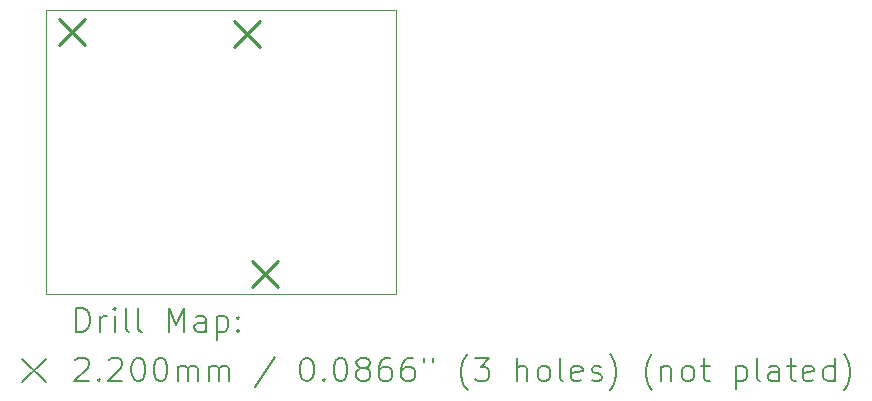
<source format=gbr>
%TF.GenerationSoftware,KiCad,Pcbnew,7.0.5*%
%TF.CreationDate,2023-08-01T00:38:59-05:00*%
%TF.ProjectId,psxpress-pms,70737870-7265-4737-932d-706d732e6b69,rev?*%
%TF.SameCoordinates,Original*%
%TF.FileFunction,Drillmap*%
%TF.FilePolarity,Positive*%
%FSLAX45Y45*%
G04 Gerber Fmt 4.5, Leading zero omitted, Abs format (unit mm)*
G04 Created by KiCad (PCBNEW 7.0.5) date 2023-08-01 00:38:59*
%MOMM*%
%LPD*%
G01*
G04 APERTURE LIST*
%ADD10C,0.100000*%
%ADD11C,0.200000*%
%ADD12C,0.220000*%
G04 APERTURE END LIST*
D10*
X15741625Y-5667375D02*
X18706665Y-5667375D01*
X18706665Y-8077375D01*
X15741625Y-8077375D01*
X15741625Y-5667375D01*
D11*
D12*
X15852500Y-5747500D02*
X16072500Y-5967500D01*
X16072500Y-5747500D02*
X15852500Y-5967500D01*
X17334625Y-5759875D02*
X17554625Y-5979875D01*
X17554625Y-5759875D02*
X17334625Y-5979875D01*
X17482125Y-7799875D02*
X17702125Y-8019875D01*
X17702125Y-7799875D02*
X17482125Y-8019875D01*
D11*
X15997402Y-8393859D02*
X15997402Y-8193859D01*
X15997402Y-8193859D02*
X16045021Y-8193859D01*
X16045021Y-8193859D02*
X16073592Y-8203382D01*
X16073592Y-8203382D02*
X16092640Y-8222430D01*
X16092640Y-8222430D02*
X16102164Y-8241478D01*
X16102164Y-8241478D02*
X16111688Y-8279573D01*
X16111688Y-8279573D02*
X16111688Y-8308144D01*
X16111688Y-8308144D02*
X16102164Y-8346239D01*
X16102164Y-8346239D02*
X16092640Y-8365287D01*
X16092640Y-8365287D02*
X16073592Y-8384335D01*
X16073592Y-8384335D02*
X16045021Y-8393859D01*
X16045021Y-8393859D02*
X15997402Y-8393859D01*
X16197402Y-8393859D02*
X16197402Y-8260525D01*
X16197402Y-8298620D02*
X16206926Y-8279573D01*
X16206926Y-8279573D02*
X16216450Y-8270049D01*
X16216450Y-8270049D02*
X16235497Y-8260525D01*
X16235497Y-8260525D02*
X16254545Y-8260525D01*
X16321211Y-8393859D02*
X16321211Y-8260525D01*
X16321211Y-8193859D02*
X16311688Y-8203382D01*
X16311688Y-8203382D02*
X16321211Y-8212906D01*
X16321211Y-8212906D02*
X16330735Y-8203382D01*
X16330735Y-8203382D02*
X16321211Y-8193859D01*
X16321211Y-8193859D02*
X16321211Y-8212906D01*
X16445021Y-8393859D02*
X16425973Y-8384335D01*
X16425973Y-8384335D02*
X16416450Y-8365287D01*
X16416450Y-8365287D02*
X16416450Y-8193859D01*
X16549783Y-8393859D02*
X16530735Y-8384335D01*
X16530735Y-8384335D02*
X16521211Y-8365287D01*
X16521211Y-8365287D02*
X16521211Y-8193859D01*
X16778354Y-8393859D02*
X16778354Y-8193859D01*
X16778354Y-8193859D02*
X16845021Y-8336716D01*
X16845021Y-8336716D02*
X16911688Y-8193859D01*
X16911688Y-8193859D02*
X16911688Y-8393859D01*
X17092640Y-8393859D02*
X17092640Y-8289097D01*
X17092640Y-8289097D02*
X17083116Y-8270049D01*
X17083116Y-8270049D02*
X17064069Y-8260525D01*
X17064069Y-8260525D02*
X17025973Y-8260525D01*
X17025973Y-8260525D02*
X17006926Y-8270049D01*
X17092640Y-8384335D02*
X17073593Y-8393859D01*
X17073593Y-8393859D02*
X17025973Y-8393859D01*
X17025973Y-8393859D02*
X17006926Y-8384335D01*
X17006926Y-8384335D02*
X16997402Y-8365287D01*
X16997402Y-8365287D02*
X16997402Y-8346239D01*
X16997402Y-8346239D02*
X17006926Y-8327192D01*
X17006926Y-8327192D02*
X17025973Y-8317668D01*
X17025973Y-8317668D02*
X17073593Y-8317668D01*
X17073593Y-8317668D02*
X17092640Y-8308144D01*
X17187878Y-8260525D02*
X17187878Y-8460525D01*
X17187878Y-8270049D02*
X17206926Y-8260525D01*
X17206926Y-8260525D02*
X17245021Y-8260525D01*
X17245021Y-8260525D02*
X17264069Y-8270049D01*
X17264069Y-8270049D02*
X17273593Y-8279573D01*
X17273593Y-8279573D02*
X17283116Y-8298620D01*
X17283116Y-8298620D02*
X17283116Y-8355763D01*
X17283116Y-8355763D02*
X17273593Y-8374811D01*
X17273593Y-8374811D02*
X17264069Y-8384335D01*
X17264069Y-8384335D02*
X17245021Y-8393859D01*
X17245021Y-8393859D02*
X17206926Y-8393859D01*
X17206926Y-8393859D02*
X17187878Y-8384335D01*
X17368831Y-8374811D02*
X17378354Y-8384335D01*
X17378354Y-8384335D02*
X17368831Y-8393859D01*
X17368831Y-8393859D02*
X17359307Y-8384335D01*
X17359307Y-8384335D02*
X17368831Y-8374811D01*
X17368831Y-8374811D02*
X17368831Y-8393859D01*
X17368831Y-8270049D02*
X17378354Y-8279573D01*
X17378354Y-8279573D02*
X17368831Y-8289097D01*
X17368831Y-8289097D02*
X17359307Y-8279573D01*
X17359307Y-8279573D02*
X17368831Y-8270049D01*
X17368831Y-8270049D02*
X17368831Y-8289097D01*
X15536625Y-8622375D02*
X15736625Y-8822375D01*
X15736625Y-8622375D02*
X15536625Y-8822375D01*
X15987878Y-8632906D02*
X15997402Y-8623382D01*
X15997402Y-8623382D02*
X16016450Y-8613859D01*
X16016450Y-8613859D02*
X16064069Y-8613859D01*
X16064069Y-8613859D02*
X16083116Y-8623382D01*
X16083116Y-8623382D02*
X16092640Y-8632906D01*
X16092640Y-8632906D02*
X16102164Y-8651954D01*
X16102164Y-8651954D02*
X16102164Y-8671001D01*
X16102164Y-8671001D02*
X16092640Y-8699573D01*
X16092640Y-8699573D02*
X15978354Y-8813859D01*
X15978354Y-8813859D02*
X16102164Y-8813859D01*
X16187878Y-8794811D02*
X16197402Y-8804335D01*
X16197402Y-8804335D02*
X16187878Y-8813859D01*
X16187878Y-8813859D02*
X16178354Y-8804335D01*
X16178354Y-8804335D02*
X16187878Y-8794811D01*
X16187878Y-8794811D02*
X16187878Y-8813859D01*
X16273592Y-8632906D02*
X16283116Y-8623382D01*
X16283116Y-8623382D02*
X16302164Y-8613859D01*
X16302164Y-8613859D02*
X16349783Y-8613859D01*
X16349783Y-8613859D02*
X16368831Y-8623382D01*
X16368831Y-8623382D02*
X16378354Y-8632906D01*
X16378354Y-8632906D02*
X16387878Y-8651954D01*
X16387878Y-8651954D02*
X16387878Y-8671001D01*
X16387878Y-8671001D02*
X16378354Y-8699573D01*
X16378354Y-8699573D02*
X16264069Y-8813859D01*
X16264069Y-8813859D02*
X16387878Y-8813859D01*
X16511688Y-8613859D02*
X16530735Y-8613859D01*
X16530735Y-8613859D02*
X16549783Y-8623382D01*
X16549783Y-8623382D02*
X16559307Y-8632906D01*
X16559307Y-8632906D02*
X16568831Y-8651954D01*
X16568831Y-8651954D02*
X16578354Y-8690049D01*
X16578354Y-8690049D02*
X16578354Y-8737668D01*
X16578354Y-8737668D02*
X16568831Y-8775763D01*
X16568831Y-8775763D02*
X16559307Y-8794811D01*
X16559307Y-8794811D02*
X16549783Y-8804335D01*
X16549783Y-8804335D02*
X16530735Y-8813859D01*
X16530735Y-8813859D02*
X16511688Y-8813859D01*
X16511688Y-8813859D02*
X16492640Y-8804335D01*
X16492640Y-8804335D02*
X16483116Y-8794811D01*
X16483116Y-8794811D02*
X16473592Y-8775763D01*
X16473592Y-8775763D02*
X16464069Y-8737668D01*
X16464069Y-8737668D02*
X16464069Y-8690049D01*
X16464069Y-8690049D02*
X16473592Y-8651954D01*
X16473592Y-8651954D02*
X16483116Y-8632906D01*
X16483116Y-8632906D02*
X16492640Y-8623382D01*
X16492640Y-8623382D02*
X16511688Y-8613859D01*
X16702164Y-8613859D02*
X16721212Y-8613859D01*
X16721212Y-8613859D02*
X16740259Y-8623382D01*
X16740259Y-8623382D02*
X16749783Y-8632906D01*
X16749783Y-8632906D02*
X16759307Y-8651954D01*
X16759307Y-8651954D02*
X16768831Y-8690049D01*
X16768831Y-8690049D02*
X16768831Y-8737668D01*
X16768831Y-8737668D02*
X16759307Y-8775763D01*
X16759307Y-8775763D02*
X16749783Y-8794811D01*
X16749783Y-8794811D02*
X16740259Y-8804335D01*
X16740259Y-8804335D02*
X16721212Y-8813859D01*
X16721212Y-8813859D02*
X16702164Y-8813859D01*
X16702164Y-8813859D02*
X16683116Y-8804335D01*
X16683116Y-8804335D02*
X16673592Y-8794811D01*
X16673592Y-8794811D02*
X16664069Y-8775763D01*
X16664069Y-8775763D02*
X16654545Y-8737668D01*
X16654545Y-8737668D02*
X16654545Y-8690049D01*
X16654545Y-8690049D02*
X16664069Y-8651954D01*
X16664069Y-8651954D02*
X16673592Y-8632906D01*
X16673592Y-8632906D02*
X16683116Y-8623382D01*
X16683116Y-8623382D02*
X16702164Y-8613859D01*
X16854545Y-8813859D02*
X16854545Y-8680525D01*
X16854545Y-8699573D02*
X16864069Y-8690049D01*
X16864069Y-8690049D02*
X16883116Y-8680525D01*
X16883116Y-8680525D02*
X16911688Y-8680525D01*
X16911688Y-8680525D02*
X16930735Y-8690049D01*
X16930735Y-8690049D02*
X16940259Y-8709097D01*
X16940259Y-8709097D02*
X16940259Y-8813859D01*
X16940259Y-8709097D02*
X16949783Y-8690049D01*
X16949783Y-8690049D02*
X16968831Y-8680525D01*
X16968831Y-8680525D02*
X16997402Y-8680525D01*
X16997402Y-8680525D02*
X17016450Y-8690049D01*
X17016450Y-8690049D02*
X17025974Y-8709097D01*
X17025974Y-8709097D02*
X17025974Y-8813859D01*
X17121212Y-8813859D02*
X17121212Y-8680525D01*
X17121212Y-8699573D02*
X17130735Y-8690049D01*
X17130735Y-8690049D02*
X17149783Y-8680525D01*
X17149783Y-8680525D02*
X17178355Y-8680525D01*
X17178355Y-8680525D02*
X17197402Y-8690049D01*
X17197402Y-8690049D02*
X17206926Y-8709097D01*
X17206926Y-8709097D02*
X17206926Y-8813859D01*
X17206926Y-8709097D02*
X17216450Y-8690049D01*
X17216450Y-8690049D02*
X17235497Y-8680525D01*
X17235497Y-8680525D02*
X17264069Y-8680525D01*
X17264069Y-8680525D02*
X17283116Y-8690049D01*
X17283116Y-8690049D02*
X17292640Y-8709097D01*
X17292640Y-8709097D02*
X17292640Y-8813859D01*
X17683116Y-8604335D02*
X17511688Y-8861478D01*
X17940259Y-8613859D02*
X17959307Y-8613859D01*
X17959307Y-8613859D02*
X17978355Y-8623382D01*
X17978355Y-8623382D02*
X17987878Y-8632906D01*
X17987878Y-8632906D02*
X17997402Y-8651954D01*
X17997402Y-8651954D02*
X18006926Y-8690049D01*
X18006926Y-8690049D02*
X18006926Y-8737668D01*
X18006926Y-8737668D02*
X17997402Y-8775763D01*
X17997402Y-8775763D02*
X17987878Y-8794811D01*
X17987878Y-8794811D02*
X17978355Y-8804335D01*
X17978355Y-8804335D02*
X17959307Y-8813859D01*
X17959307Y-8813859D02*
X17940259Y-8813859D01*
X17940259Y-8813859D02*
X17921212Y-8804335D01*
X17921212Y-8804335D02*
X17911688Y-8794811D01*
X17911688Y-8794811D02*
X17902164Y-8775763D01*
X17902164Y-8775763D02*
X17892640Y-8737668D01*
X17892640Y-8737668D02*
X17892640Y-8690049D01*
X17892640Y-8690049D02*
X17902164Y-8651954D01*
X17902164Y-8651954D02*
X17911688Y-8632906D01*
X17911688Y-8632906D02*
X17921212Y-8623382D01*
X17921212Y-8623382D02*
X17940259Y-8613859D01*
X18092640Y-8794811D02*
X18102164Y-8804335D01*
X18102164Y-8804335D02*
X18092640Y-8813859D01*
X18092640Y-8813859D02*
X18083117Y-8804335D01*
X18083117Y-8804335D02*
X18092640Y-8794811D01*
X18092640Y-8794811D02*
X18092640Y-8813859D01*
X18225974Y-8613859D02*
X18245021Y-8613859D01*
X18245021Y-8613859D02*
X18264069Y-8623382D01*
X18264069Y-8623382D02*
X18273593Y-8632906D01*
X18273593Y-8632906D02*
X18283117Y-8651954D01*
X18283117Y-8651954D02*
X18292640Y-8690049D01*
X18292640Y-8690049D02*
X18292640Y-8737668D01*
X18292640Y-8737668D02*
X18283117Y-8775763D01*
X18283117Y-8775763D02*
X18273593Y-8794811D01*
X18273593Y-8794811D02*
X18264069Y-8804335D01*
X18264069Y-8804335D02*
X18245021Y-8813859D01*
X18245021Y-8813859D02*
X18225974Y-8813859D01*
X18225974Y-8813859D02*
X18206926Y-8804335D01*
X18206926Y-8804335D02*
X18197402Y-8794811D01*
X18197402Y-8794811D02*
X18187878Y-8775763D01*
X18187878Y-8775763D02*
X18178355Y-8737668D01*
X18178355Y-8737668D02*
X18178355Y-8690049D01*
X18178355Y-8690049D02*
X18187878Y-8651954D01*
X18187878Y-8651954D02*
X18197402Y-8632906D01*
X18197402Y-8632906D02*
X18206926Y-8623382D01*
X18206926Y-8623382D02*
X18225974Y-8613859D01*
X18406926Y-8699573D02*
X18387878Y-8690049D01*
X18387878Y-8690049D02*
X18378355Y-8680525D01*
X18378355Y-8680525D02*
X18368831Y-8661478D01*
X18368831Y-8661478D02*
X18368831Y-8651954D01*
X18368831Y-8651954D02*
X18378355Y-8632906D01*
X18378355Y-8632906D02*
X18387878Y-8623382D01*
X18387878Y-8623382D02*
X18406926Y-8613859D01*
X18406926Y-8613859D02*
X18445021Y-8613859D01*
X18445021Y-8613859D02*
X18464069Y-8623382D01*
X18464069Y-8623382D02*
X18473593Y-8632906D01*
X18473593Y-8632906D02*
X18483117Y-8651954D01*
X18483117Y-8651954D02*
X18483117Y-8661478D01*
X18483117Y-8661478D02*
X18473593Y-8680525D01*
X18473593Y-8680525D02*
X18464069Y-8690049D01*
X18464069Y-8690049D02*
X18445021Y-8699573D01*
X18445021Y-8699573D02*
X18406926Y-8699573D01*
X18406926Y-8699573D02*
X18387878Y-8709097D01*
X18387878Y-8709097D02*
X18378355Y-8718621D01*
X18378355Y-8718621D02*
X18368831Y-8737668D01*
X18368831Y-8737668D02*
X18368831Y-8775763D01*
X18368831Y-8775763D02*
X18378355Y-8794811D01*
X18378355Y-8794811D02*
X18387878Y-8804335D01*
X18387878Y-8804335D02*
X18406926Y-8813859D01*
X18406926Y-8813859D02*
X18445021Y-8813859D01*
X18445021Y-8813859D02*
X18464069Y-8804335D01*
X18464069Y-8804335D02*
X18473593Y-8794811D01*
X18473593Y-8794811D02*
X18483117Y-8775763D01*
X18483117Y-8775763D02*
X18483117Y-8737668D01*
X18483117Y-8737668D02*
X18473593Y-8718621D01*
X18473593Y-8718621D02*
X18464069Y-8709097D01*
X18464069Y-8709097D02*
X18445021Y-8699573D01*
X18654545Y-8613859D02*
X18616450Y-8613859D01*
X18616450Y-8613859D02*
X18597402Y-8623382D01*
X18597402Y-8623382D02*
X18587878Y-8632906D01*
X18587878Y-8632906D02*
X18568831Y-8661478D01*
X18568831Y-8661478D02*
X18559307Y-8699573D01*
X18559307Y-8699573D02*
X18559307Y-8775763D01*
X18559307Y-8775763D02*
X18568831Y-8794811D01*
X18568831Y-8794811D02*
X18578355Y-8804335D01*
X18578355Y-8804335D02*
X18597402Y-8813859D01*
X18597402Y-8813859D02*
X18635498Y-8813859D01*
X18635498Y-8813859D02*
X18654545Y-8804335D01*
X18654545Y-8804335D02*
X18664069Y-8794811D01*
X18664069Y-8794811D02*
X18673593Y-8775763D01*
X18673593Y-8775763D02*
X18673593Y-8728144D01*
X18673593Y-8728144D02*
X18664069Y-8709097D01*
X18664069Y-8709097D02*
X18654545Y-8699573D01*
X18654545Y-8699573D02*
X18635498Y-8690049D01*
X18635498Y-8690049D02*
X18597402Y-8690049D01*
X18597402Y-8690049D02*
X18578355Y-8699573D01*
X18578355Y-8699573D02*
X18568831Y-8709097D01*
X18568831Y-8709097D02*
X18559307Y-8728144D01*
X18845021Y-8613859D02*
X18806926Y-8613859D01*
X18806926Y-8613859D02*
X18787878Y-8623382D01*
X18787878Y-8623382D02*
X18778355Y-8632906D01*
X18778355Y-8632906D02*
X18759307Y-8661478D01*
X18759307Y-8661478D02*
X18749783Y-8699573D01*
X18749783Y-8699573D02*
X18749783Y-8775763D01*
X18749783Y-8775763D02*
X18759307Y-8794811D01*
X18759307Y-8794811D02*
X18768831Y-8804335D01*
X18768831Y-8804335D02*
X18787878Y-8813859D01*
X18787878Y-8813859D02*
X18825974Y-8813859D01*
X18825974Y-8813859D02*
X18845021Y-8804335D01*
X18845021Y-8804335D02*
X18854545Y-8794811D01*
X18854545Y-8794811D02*
X18864069Y-8775763D01*
X18864069Y-8775763D02*
X18864069Y-8728144D01*
X18864069Y-8728144D02*
X18854545Y-8709097D01*
X18854545Y-8709097D02*
X18845021Y-8699573D01*
X18845021Y-8699573D02*
X18825974Y-8690049D01*
X18825974Y-8690049D02*
X18787878Y-8690049D01*
X18787878Y-8690049D02*
X18768831Y-8699573D01*
X18768831Y-8699573D02*
X18759307Y-8709097D01*
X18759307Y-8709097D02*
X18749783Y-8728144D01*
X18940259Y-8613859D02*
X18940259Y-8651954D01*
X19016450Y-8613859D02*
X19016450Y-8651954D01*
X19311688Y-8890049D02*
X19302164Y-8880525D01*
X19302164Y-8880525D02*
X19283117Y-8851954D01*
X19283117Y-8851954D02*
X19273593Y-8832906D01*
X19273593Y-8832906D02*
X19264069Y-8804335D01*
X19264069Y-8804335D02*
X19254545Y-8756716D01*
X19254545Y-8756716D02*
X19254545Y-8718621D01*
X19254545Y-8718621D02*
X19264069Y-8671001D01*
X19264069Y-8671001D02*
X19273593Y-8642430D01*
X19273593Y-8642430D02*
X19283117Y-8623382D01*
X19283117Y-8623382D02*
X19302164Y-8594811D01*
X19302164Y-8594811D02*
X19311688Y-8585287D01*
X19368831Y-8613859D02*
X19492640Y-8613859D01*
X19492640Y-8613859D02*
X19425974Y-8690049D01*
X19425974Y-8690049D02*
X19454545Y-8690049D01*
X19454545Y-8690049D02*
X19473593Y-8699573D01*
X19473593Y-8699573D02*
X19483117Y-8709097D01*
X19483117Y-8709097D02*
X19492640Y-8728144D01*
X19492640Y-8728144D02*
X19492640Y-8775763D01*
X19492640Y-8775763D02*
X19483117Y-8794811D01*
X19483117Y-8794811D02*
X19473593Y-8804335D01*
X19473593Y-8804335D02*
X19454545Y-8813859D01*
X19454545Y-8813859D02*
X19397402Y-8813859D01*
X19397402Y-8813859D02*
X19378355Y-8804335D01*
X19378355Y-8804335D02*
X19368831Y-8794811D01*
X19730736Y-8813859D02*
X19730736Y-8613859D01*
X19816450Y-8813859D02*
X19816450Y-8709097D01*
X19816450Y-8709097D02*
X19806926Y-8690049D01*
X19806926Y-8690049D02*
X19787879Y-8680525D01*
X19787879Y-8680525D02*
X19759307Y-8680525D01*
X19759307Y-8680525D02*
X19740260Y-8690049D01*
X19740260Y-8690049D02*
X19730736Y-8699573D01*
X19940260Y-8813859D02*
X19921212Y-8804335D01*
X19921212Y-8804335D02*
X19911688Y-8794811D01*
X19911688Y-8794811D02*
X19902164Y-8775763D01*
X19902164Y-8775763D02*
X19902164Y-8718621D01*
X19902164Y-8718621D02*
X19911688Y-8699573D01*
X19911688Y-8699573D02*
X19921212Y-8690049D01*
X19921212Y-8690049D02*
X19940260Y-8680525D01*
X19940260Y-8680525D02*
X19968831Y-8680525D01*
X19968831Y-8680525D02*
X19987879Y-8690049D01*
X19987879Y-8690049D02*
X19997402Y-8699573D01*
X19997402Y-8699573D02*
X20006926Y-8718621D01*
X20006926Y-8718621D02*
X20006926Y-8775763D01*
X20006926Y-8775763D02*
X19997402Y-8794811D01*
X19997402Y-8794811D02*
X19987879Y-8804335D01*
X19987879Y-8804335D02*
X19968831Y-8813859D01*
X19968831Y-8813859D02*
X19940260Y-8813859D01*
X20121212Y-8813859D02*
X20102164Y-8804335D01*
X20102164Y-8804335D02*
X20092641Y-8785287D01*
X20092641Y-8785287D02*
X20092641Y-8613859D01*
X20273593Y-8804335D02*
X20254545Y-8813859D01*
X20254545Y-8813859D02*
X20216450Y-8813859D01*
X20216450Y-8813859D02*
X20197402Y-8804335D01*
X20197402Y-8804335D02*
X20187879Y-8785287D01*
X20187879Y-8785287D02*
X20187879Y-8709097D01*
X20187879Y-8709097D02*
X20197402Y-8690049D01*
X20197402Y-8690049D02*
X20216450Y-8680525D01*
X20216450Y-8680525D02*
X20254545Y-8680525D01*
X20254545Y-8680525D02*
X20273593Y-8690049D01*
X20273593Y-8690049D02*
X20283117Y-8709097D01*
X20283117Y-8709097D02*
X20283117Y-8728144D01*
X20283117Y-8728144D02*
X20187879Y-8747192D01*
X20359307Y-8804335D02*
X20378355Y-8813859D01*
X20378355Y-8813859D02*
X20416450Y-8813859D01*
X20416450Y-8813859D02*
X20435498Y-8804335D01*
X20435498Y-8804335D02*
X20445022Y-8785287D01*
X20445022Y-8785287D02*
X20445022Y-8775763D01*
X20445022Y-8775763D02*
X20435498Y-8756716D01*
X20435498Y-8756716D02*
X20416450Y-8747192D01*
X20416450Y-8747192D02*
X20387879Y-8747192D01*
X20387879Y-8747192D02*
X20368831Y-8737668D01*
X20368831Y-8737668D02*
X20359307Y-8718621D01*
X20359307Y-8718621D02*
X20359307Y-8709097D01*
X20359307Y-8709097D02*
X20368831Y-8690049D01*
X20368831Y-8690049D02*
X20387879Y-8680525D01*
X20387879Y-8680525D02*
X20416450Y-8680525D01*
X20416450Y-8680525D02*
X20435498Y-8690049D01*
X20511688Y-8890049D02*
X20521212Y-8880525D01*
X20521212Y-8880525D02*
X20540260Y-8851954D01*
X20540260Y-8851954D02*
X20549783Y-8832906D01*
X20549783Y-8832906D02*
X20559307Y-8804335D01*
X20559307Y-8804335D02*
X20568831Y-8756716D01*
X20568831Y-8756716D02*
X20568831Y-8718621D01*
X20568831Y-8718621D02*
X20559307Y-8671001D01*
X20559307Y-8671001D02*
X20549783Y-8642430D01*
X20549783Y-8642430D02*
X20540260Y-8623382D01*
X20540260Y-8623382D02*
X20521212Y-8594811D01*
X20521212Y-8594811D02*
X20511688Y-8585287D01*
X20873593Y-8890049D02*
X20864069Y-8880525D01*
X20864069Y-8880525D02*
X20845022Y-8851954D01*
X20845022Y-8851954D02*
X20835498Y-8832906D01*
X20835498Y-8832906D02*
X20825974Y-8804335D01*
X20825974Y-8804335D02*
X20816450Y-8756716D01*
X20816450Y-8756716D02*
X20816450Y-8718621D01*
X20816450Y-8718621D02*
X20825974Y-8671001D01*
X20825974Y-8671001D02*
X20835498Y-8642430D01*
X20835498Y-8642430D02*
X20845022Y-8623382D01*
X20845022Y-8623382D02*
X20864069Y-8594811D01*
X20864069Y-8594811D02*
X20873593Y-8585287D01*
X20949783Y-8680525D02*
X20949783Y-8813859D01*
X20949783Y-8699573D02*
X20959307Y-8690049D01*
X20959307Y-8690049D02*
X20978355Y-8680525D01*
X20978355Y-8680525D02*
X21006926Y-8680525D01*
X21006926Y-8680525D02*
X21025974Y-8690049D01*
X21025974Y-8690049D02*
X21035498Y-8709097D01*
X21035498Y-8709097D02*
X21035498Y-8813859D01*
X21159307Y-8813859D02*
X21140260Y-8804335D01*
X21140260Y-8804335D02*
X21130736Y-8794811D01*
X21130736Y-8794811D02*
X21121212Y-8775763D01*
X21121212Y-8775763D02*
X21121212Y-8718621D01*
X21121212Y-8718621D02*
X21130736Y-8699573D01*
X21130736Y-8699573D02*
X21140260Y-8690049D01*
X21140260Y-8690049D02*
X21159307Y-8680525D01*
X21159307Y-8680525D02*
X21187879Y-8680525D01*
X21187879Y-8680525D02*
X21206926Y-8690049D01*
X21206926Y-8690049D02*
X21216450Y-8699573D01*
X21216450Y-8699573D02*
X21225974Y-8718621D01*
X21225974Y-8718621D02*
X21225974Y-8775763D01*
X21225974Y-8775763D02*
X21216450Y-8794811D01*
X21216450Y-8794811D02*
X21206926Y-8804335D01*
X21206926Y-8804335D02*
X21187879Y-8813859D01*
X21187879Y-8813859D02*
X21159307Y-8813859D01*
X21283117Y-8680525D02*
X21359307Y-8680525D01*
X21311688Y-8613859D02*
X21311688Y-8785287D01*
X21311688Y-8785287D02*
X21321212Y-8804335D01*
X21321212Y-8804335D02*
X21340260Y-8813859D01*
X21340260Y-8813859D02*
X21359307Y-8813859D01*
X21578355Y-8680525D02*
X21578355Y-8880525D01*
X21578355Y-8690049D02*
X21597403Y-8680525D01*
X21597403Y-8680525D02*
X21635498Y-8680525D01*
X21635498Y-8680525D02*
X21654545Y-8690049D01*
X21654545Y-8690049D02*
X21664069Y-8699573D01*
X21664069Y-8699573D02*
X21673593Y-8718621D01*
X21673593Y-8718621D02*
X21673593Y-8775763D01*
X21673593Y-8775763D02*
X21664069Y-8794811D01*
X21664069Y-8794811D02*
X21654545Y-8804335D01*
X21654545Y-8804335D02*
X21635498Y-8813859D01*
X21635498Y-8813859D02*
X21597403Y-8813859D01*
X21597403Y-8813859D02*
X21578355Y-8804335D01*
X21787879Y-8813859D02*
X21768831Y-8804335D01*
X21768831Y-8804335D02*
X21759307Y-8785287D01*
X21759307Y-8785287D02*
X21759307Y-8613859D01*
X21949784Y-8813859D02*
X21949784Y-8709097D01*
X21949784Y-8709097D02*
X21940260Y-8690049D01*
X21940260Y-8690049D02*
X21921212Y-8680525D01*
X21921212Y-8680525D02*
X21883117Y-8680525D01*
X21883117Y-8680525D02*
X21864069Y-8690049D01*
X21949784Y-8804335D02*
X21930736Y-8813859D01*
X21930736Y-8813859D02*
X21883117Y-8813859D01*
X21883117Y-8813859D02*
X21864069Y-8804335D01*
X21864069Y-8804335D02*
X21854545Y-8785287D01*
X21854545Y-8785287D02*
X21854545Y-8766240D01*
X21854545Y-8766240D02*
X21864069Y-8747192D01*
X21864069Y-8747192D02*
X21883117Y-8737668D01*
X21883117Y-8737668D02*
X21930736Y-8737668D01*
X21930736Y-8737668D02*
X21949784Y-8728144D01*
X22016450Y-8680525D02*
X22092641Y-8680525D01*
X22045022Y-8613859D02*
X22045022Y-8785287D01*
X22045022Y-8785287D02*
X22054545Y-8804335D01*
X22054545Y-8804335D02*
X22073593Y-8813859D01*
X22073593Y-8813859D02*
X22092641Y-8813859D01*
X22235498Y-8804335D02*
X22216450Y-8813859D01*
X22216450Y-8813859D02*
X22178355Y-8813859D01*
X22178355Y-8813859D02*
X22159307Y-8804335D01*
X22159307Y-8804335D02*
X22149784Y-8785287D01*
X22149784Y-8785287D02*
X22149784Y-8709097D01*
X22149784Y-8709097D02*
X22159307Y-8690049D01*
X22159307Y-8690049D02*
X22178355Y-8680525D01*
X22178355Y-8680525D02*
X22216450Y-8680525D01*
X22216450Y-8680525D02*
X22235498Y-8690049D01*
X22235498Y-8690049D02*
X22245022Y-8709097D01*
X22245022Y-8709097D02*
X22245022Y-8728144D01*
X22245022Y-8728144D02*
X22149784Y-8747192D01*
X22416450Y-8813859D02*
X22416450Y-8613859D01*
X22416450Y-8804335D02*
X22397403Y-8813859D01*
X22397403Y-8813859D02*
X22359307Y-8813859D01*
X22359307Y-8813859D02*
X22340260Y-8804335D01*
X22340260Y-8804335D02*
X22330736Y-8794811D01*
X22330736Y-8794811D02*
X22321212Y-8775763D01*
X22321212Y-8775763D02*
X22321212Y-8718621D01*
X22321212Y-8718621D02*
X22330736Y-8699573D01*
X22330736Y-8699573D02*
X22340260Y-8690049D01*
X22340260Y-8690049D02*
X22359307Y-8680525D01*
X22359307Y-8680525D02*
X22397403Y-8680525D01*
X22397403Y-8680525D02*
X22416450Y-8690049D01*
X22492641Y-8890049D02*
X22502164Y-8880525D01*
X22502164Y-8880525D02*
X22521212Y-8851954D01*
X22521212Y-8851954D02*
X22530736Y-8832906D01*
X22530736Y-8832906D02*
X22540260Y-8804335D01*
X22540260Y-8804335D02*
X22549783Y-8756716D01*
X22549783Y-8756716D02*
X22549783Y-8718621D01*
X22549783Y-8718621D02*
X22540260Y-8671001D01*
X22540260Y-8671001D02*
X22530736Y-8642430D01*
X22530736Y-8642430D02*
X22521212Y-8623382D01*
X22521212Y-8623382D02*
X22502164Y-8594811D01*
X22502164Y-8594811D02*
X22492641Y-8585287D01*
M02*

</source>
